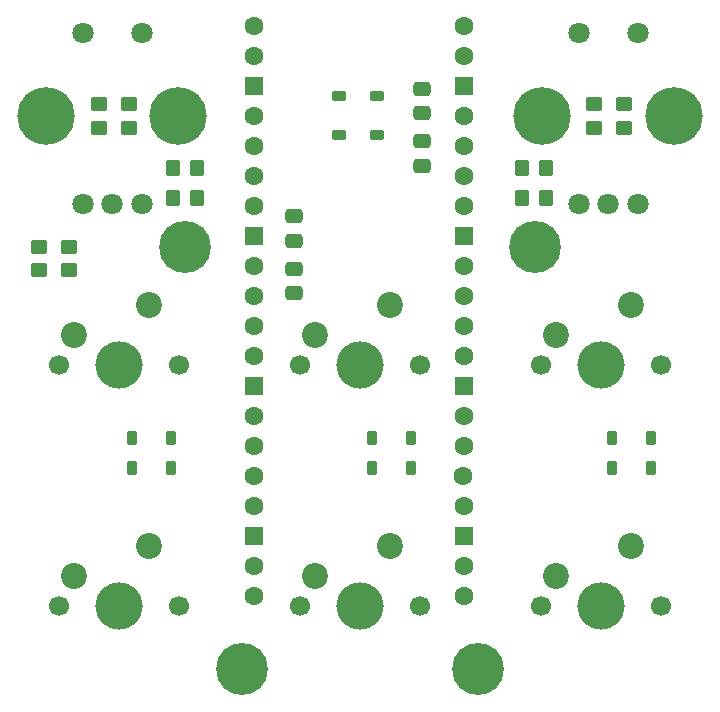
<source format=gbs>
G04 #@! TF.GenerationSoftware,KiCad,Pcbnew,7.0.2*
G04 #@! TF.CreationDate,2023-05-04T11:04:43+02:00*
G04 #@! TF.ProjectId,Macropad,4d616372-6f70-4616-942e-6b696361645f,rev?*
G04 #@! TF.SameCoordinates,Original*
G04 #@! TF.FileFunction,Soldermask,Bot*
G04 #@! TF.FilePolarity,Negative*
%FSLAX46Y46*%
G04 Gerber Fmt 4.6, Leading zero omitted, Abs format (unit mm)*
G04 Created by KiCad (PCBNEW 7.0.2) date 2023-05-04 11:04:43*
%MOMM*%
%LPD*%
G01*
G04 APERTURE LIST*
G04 Aperture macros list*
%AMRoundRect*
0 Rectangle with rounded corners*
0 $1 Rounding radius*
0 $2 $3 $4 $5 $6 $7 $8 $9 X,Y pos of 4 corners*
0 Add a 4 corners polygon primitive as box body*
4,1,4,$2,$3,$4,$5,$6,$7,$8,$9,$2,$3,0*
0 Add four circle primitives for the rounded corners*
1,1,$1+$1,$2,$3*
1,1,$1+$1,$4,$5*
1,1,$1+$1,$6,$7*
1,1,$1+$1,$8,$9*
0 Add four rect primitives between the rounded corners*
20,1,$1+$1,$2,$3,$4,$5,0*
20,1,$1+$1,$4,$5,$6,$7,0*
20,1,$1+$1,$6,$7,$8,$9,0*
20,1,$1+$1,$8,$9,$2,$3,0*%
G04 Aperture macros list end*
%ADD10C,1.800000*%
%ADD11C,4.875000*%
%ADD12RoundRect,0.225000X0.375000X-0.225000X0.375000X0.225000X-0.375000X0.225000X-0.375000X-0.225000X0*%
%ADD13RoundRect,0.225000X-0.225000X-0.375000X0.225000X-0.375000X0.225000X0.375000X-0.225000X0.375000X0*%
%ADD14RoundRect,0.225000X0.225000X0.375000X-0.225000X0.375000X-0.225000X-0.375000X0.225000X-0.375000X0*%
%ADD15C,1.700000*%
%ADD16C,4.000000*%
%ADD17C,2.200000*%
%ADD18C,0.700000*%
%ADD19C,4.400000*%
%ADD20RoundRect,0.250000X0.450000X-0.350000X0.450000X0.350000X-0.450000X0.350000X-0.450000X-0.350000X0*%
%ADD21RoundRect,0.250000X-0.350000X-0.450000X0.350000X-0.450000X0.350000X0.450000X-0.350000X0.450000X0*%
%ADD22RoundRect,0.250000X0.475000X-0.337500X0.475000X0.337500X-0.475000X0.337500X-0.475000X-0.337500X0*%
%ADD23RoundRect,0.250000X-0.450000X0.350000X-0.450000X-0.350000X0.450000X-0.350000X0.450000X0.350000X0*%
%ADD24RoundRect,0.250000X0.350000X0.450000X-0.350000X0.450000X-0.350000X-0.450000X0.350000X-0.450000X0*%
%ADD25C,1.600000*%
%ADD26RoundRect,0.200000X0.600000X0.600000X-0.600000X0.600000X-0.600000X-0.600000X0.600000X-0.600000X0*%
%ADD27RoundRect,0.250000X-0.475000X0.337500X-0.475000X-0.337500X0.475000X-0.337500X0.475000X0.337500X0*%
G04 APERTURE END LIST*
D10*
X89500000Y-34900000D03*
X94500000Y-34900000D03*
X89500000Y-49400000D03*
X94500000Y-49400000D03*
X92000000Y-49400000D03*
D11*
X97600000Y-41900000D03*
X86400000Y-41900000D03*
D10*
X47500000Y-34900000D03*
X52500000Y-34900000D03*
X47500000Y-49400000D03*
X52500000Y-49400000D03*
X50000000Y-49400000D03*
D11*
X55600000Y-41900000D03*
X44400000Y-41900000D03*
D12*
X72390000Y-43560000D03*
X72390000Y-40260000D03*
X69215000Y-43560000D03*
X69215000Y-40260000D03*
D13*
X92330000Y-69215000D03*
X95630000Y-69215000D03*
X92330000Y-71755000D03*
X95630000Y-71755000D03*
D14*
X75310000Y-71755000D03*
X72010000Y-71755000D03*
X75310000Y-69215000D03*
X72010000Y-69215000D03*
X54990000Y-71755000D03*
X51690000Y-71755000D03*
X54990000Y-69215000D03*
X51690000Y-69215000D03*
D15*
X86320000Y-63000000D03*
D16*
X91400000Y-63000000D03*
D15*
X96480000Y-63000000D03*
D17*
X93940000Y-57920000D03*
X87590000Y-60460000D03*
D18*
X79350000Y-88750000D03*
X79833274Y-87583274D03*
X79833274Y-89916726D03*
X81000000Y-87100000D03*
D19*
X81000000Y-88750000D03*
D18*
X81000000Y-90400000D03*
X82166726Y-87583274D03*
X82166726Y-89916726D03*
X82650000Y-88750000D03*
X59350000Y-88750000D03*
X59833274Y-87583274D03*
X59833274Y-89916726D03*
X61000000Y-87100000D03*
D19*
X61000000Y-88750000D03*
D18*
X61000000Y-90400000D03*
X62166726Y-87583274D03*
X62166726Y-89916726D03*
X62650000Y-88750000D03*
D15*
X45520000Y-83400000D03*
D16*
X50600000Y-83400000D03*
D15*
X55680000Y-83400000D03*
D17*
X53140000Y-78320000D03*
X46790000Y-80860000D03*
D15*
X65920000Y-63000000D03*
D16*
X71000000Y-63000000D03*
D15*
X76080000Y-63000000D03*
D17*
X73540000Y-57920000D03*
X67190000Y-60460000D03*
D15*
X65920000Y-83400000D03*
D16*
X71000000Y-83400000D03*
D15*
X76080000Y-83400000D03*
D17*
X73540000Y-78320000D03*
X67190000Y-80860000D03*
D15*
X86320000Y-83400000D03*
D16*
X91400000Y-83400000D03*
D15*
X96480000Y-83400000D03*
D17*
X93940000Y-78320000D03*
X87590000Y-80860000D03*
D18*
X84150000Y-53000000D03*
X84633274Y-51833274D03*
X84633274Y-54166726D03*
X85800000Y-51350000D03*
D19*
X85800000Y-53000000D03*
D18*
X85800000Y-54650000D03*
X86966726Y-51833274D03*
X86966726Y-54166726D03*
X87450000Y-53000000D03*
X54550000Y-53000000D03*
X55033274Y-51833274D03*
X55033274Y-54166726D03*
X56200000Y-51350000D03*
D19*
X56200000Y-53000000D03*
D18*
X56200000Y-54650000D03*
X57366726Y-51833274D03*
X57366726Y-54166726D03*
X57850000Y-53000000D03*
D15*
X45520000Y-63000000D03*
D16*
X50600000Y-63000000D03*
D15*
X55680000Y-63000000D03*
D17*
X53140000Y-57920000D03*
X46790000Y-60460000D03*
D20*
X46355000Y-54975000D03*
X46355000Y-52975000D03*
D21*
X55150000Y-46355000D03*
X57150000Y-46355000D03*
D22*
X76200000Y-46122500D03*
X76200000Y-44047500D03*
D23*
X93345000Y-40910000D03*
X93345000Y-42910000D03*
D24*
X86725000Y-48895000D03*
X84725000Y-48895000D03*
X57150000Y-48895000D03*
X55150000Y-48895000D03*
D25*
X79780000Y-34290000D03*
X79780000Y-36830000D03*
D26*
X79780000Y-39370000D03*
D25*
X79780000Y-41910000D03*
X79780000Y-44450000D03*
X79780000Y-46990000D03*
X79780000Y-49530000D03*
D26*
X79780000Y-52070000D03*
D25*
X79780000Y-54610000D03*
X79780000Y-57150000D03*
X79780000Y-59690000D03*
X79780000Y-62230000D03*
D26*
X79780000Y-64770000D03*
D25*
X79780000Y-67310000D03*
X79780000Y-69850000D03*
X79738119Y-72390000D03*
X79780000Y-74930000D03*
D26*
X79780000Y-77470000D03*
D25*
X79780000Y-80010000D03*
X79780000Y-82550000D03*
X62000000Y-82550000D03*
X62000000Y-80010000D03*
D26*
X62000000Y-77470000D03*
D25*
X62000000Y-74930000D03*
X62000000Y-72390000D03*
X62000000Y-69850000D03*
X62000000Y-67310000D03*
D26*
X62000000Y-64770000D03*
D25*
X62000000Y-62230000D03*
X62000000Y-59690000D03*
X62000000Y-57150000D03*
X62000000Y-54610000D03*
D26*
X62000000Y-52070000D03*
D25*
X62000000Y-49530000D03*
X62000000Y-46990000D03*
X62000000Y-44450000D03*
X62000000Y-41910000D03*
D26*
X62000000Y-39370000D03*
D25*
X62000000Y-36830000D03*
X62000000Y-34290000D03*
D21*
X84725000Y-46355000D03*
X86725000Y-46355000D03*
D23*
X51435000Y-40910000D03*
X51435000Y-42910000D03*
D22*
X76200000Y-41677500D03*
X76200000Y-39602500D03*
D20*
X48895000Y-42910000D03*
X48895000Y-40910000D03*
D27*
X65405000Y-50397500D03*
X65405000Y-52472500D03*
D20*
X43815000Y-54975000D03*
X43815000Y-52975000D03*
D27*
X65405000Y-54842500D03*
X65405000Y-56917500D03*
D20*
X90805000Y-42910000D03*
X90805000Y-40910000D03*
M02*

</source>
